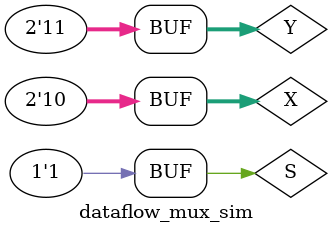
<source format=v>
`timescale 1ns / 1ps

module dataflow_mux_sim;

reg [1:0] X;
reg [1:0] Y;
reg [0:0] S;
wire [1:0] Z;

dataflow_mux ttul(.X(X),.Y(Y),.S(S),.Z(Z));

initial
    begin
    X = 0;
    Y = 0;
    S = 0;
    #10 X = 1;
    #10 Y = 1;
    #10 X = 3; Y = 0;
    #10 X = 2; Y = 3;
    #10 S = 1;
    #10 X = 1;
    #10 Y = 1;
    #10 X = 3; Y = 0;
    #10 X = 2; Y = 3;
    #20;
    end

endmodule

</source>
